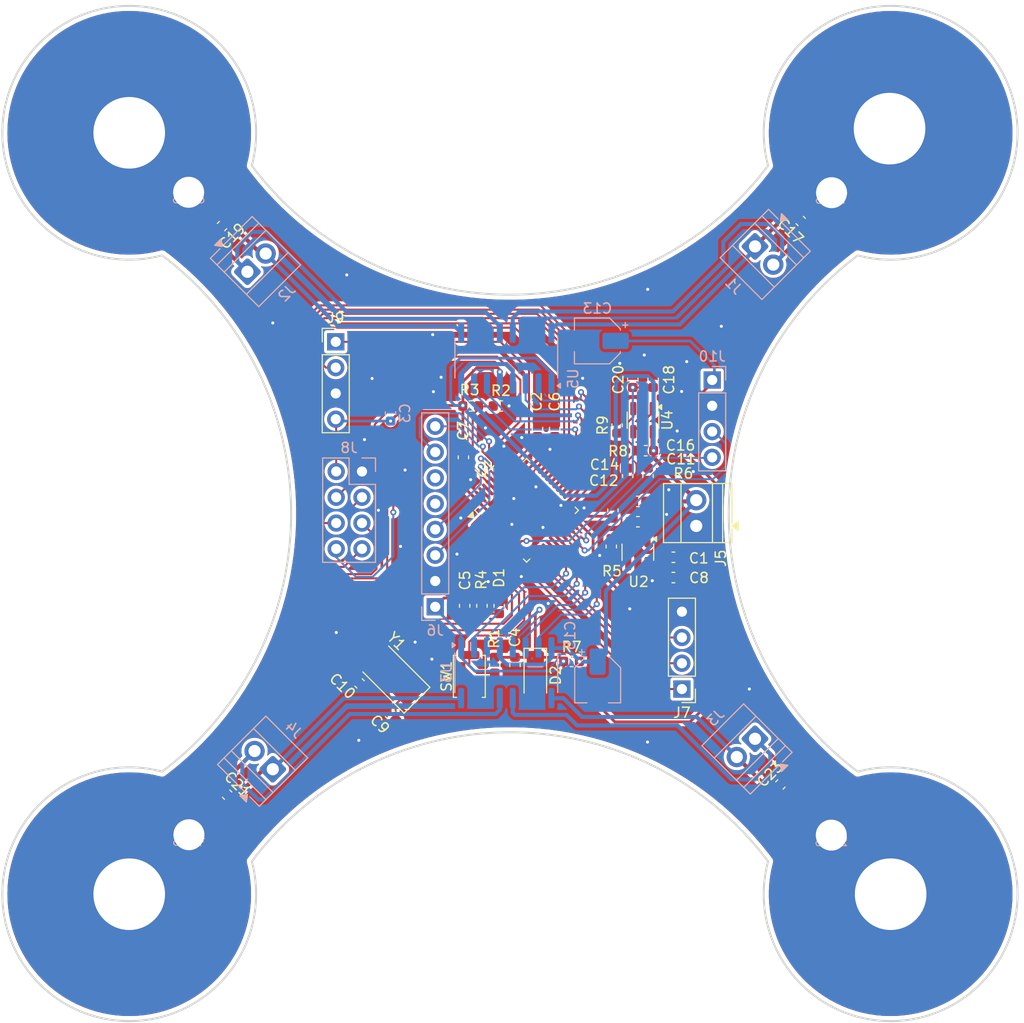
<source format=kicad_pcb>
(kicad_pcb (version 20241229) (generator "pcbnew") (generator_version "9.0")
  (layers (0 "F.Cu" signal) (2 "B.Cu" signal) (13 "F.Paste" user) (15 "B.Paste" user) (5 "F.SilkS" user "F.Silkscreen") (7 "B.SilkS" user "B.Silkscreen") (1 "F.Mask" user) (3 "B.Mask" user) (25 "Edge.Cuts" user))
  (property "SHEETTOTAL" "2")
  (net 0 "")
  (net 1 "+3V3")
  (net 2 "GND")
  (net 3 "Net-(U1-PD1)")
  (net 4 "Net-(U1-PD0)")
  (net 5 "Vin")
  (net 6 "Net-(U4-+)")
  (net 7 "/TopLevelDesign/HBridge/H1_OUTB1")
  (net 8 "/TopLevelDesign/HBridge/H1_OUTA1")
  (net 9 "/TopLevelDesign/MCU/PA0")
  (net 10 "/TopLevelDesign/HBridge/H1_OUTB2")
  (net 11 "/TopLevelDesign/HBridge/H1_OUTA2")
  (net 12 "/TopLevelDesign/HBridge/H2_OUTB1")
  (net 13 "/TopLevelDesign/HBridge/H2_OUTA1")
  (net 14 "/TopLevelDesign/HBridge/H2_OUTA2")
  (net 15 "/TopLevelDesign/HBridge/H2_OUTB2")
  (net 16 "Net-(D1-A)")
  (net 17 "/TopLevelDesign/PB7")
  (net 18 "/TopLevelDesign/PB5")
  (net 21 "/TopLevelDesign/PB6")
  (net 22 "/TopLevelDesign/PB4")
  (net 23 "/TopLevelDesign/PA4")
  (net 24 "/TopLevelDesign/PA3")
  (net 25 "/TopLevelDesign/PA2")
  (net 26 "/TopLevelDesign/PB15")
  (net 27 "/TopLevelDesign/PB13")
  (net 28 "/TopLevelDesign/PA12")
  (net 29 "/TopLevelDesign/PA15")
  (net 30 "/TopLevelDesign/PB14")
  (net 31 "/TopLevelDesign/PB12")
  (net 32 "/TopLevelDesign/SWDIO")
  (net 33 "/TopLevelDesign/SWCLK")
  (net 34 "/TopLevelDesign/PB11")
  (net 35 "/TopLevelDesign/PB10")
  (net 36 "Net-(U1-NRST)")
  (net 37 "Net-(U1-BOOT0)")
  (net 38 "Net-(U1-PC13)")
  (net 39 "Net-(U2-EN)")
  (net 40 "/TopLevelDesign/MCU/PA5")
  (net 41 "/TopLevelDesign/HBridge/H2_INB2")
  (net 42 "/TopLevelDesign/MCU/PC14")
  (net 43 "/TopLevelDesign/HBridge/H1_INB2")
  (net 44 "/TopLevelDesign/HBridge/H2_INA1")
  (net 45 "/TopLevelDesign/HBridge/H1_INA2")
  (net 46 "/TopLevelDesign/MCU/PC15")
  (net 47 "/TopLevelDesign/MCU/PB2")
  (net 48 "/TopLevelDesign/MCU/PA1")
  (net 49 "/TopLevelDesign/MCU/PB3")
  (net 50 "/TopLevelDesign/HBridge/H1_INB1")
  (net 51 "/TopLevelDesign/HBridge/H2_INB1")
  (net 52 "/TopLevelDesign/HBridge/H1_INA1")
  (net 53 "/TopLevelDesign/MCU/PB8")
  (net 54 "/TopLevelDesign/HBridge/H2_INA2")
  (net 56 "/TopLevelDesign/MCU/PB9")
  (footprint "Capacitor_SMD:C_0603_1608Metric" (layer "F.Cu") (at 113.96 96.62 -90)
    (property "Reference" "C16")
    (property "Value" "1uF")
  )
  (footprint "Capacitor_SMD:C_0603_1608Metric" (layer "F.Cu") (at 113.735 94.12)
    (property "Reference" "R8")
    (property "Value" "5.6KOhm")
  )
  (footprint "Capacitor_SMD:C_0603_1608Metric" (layer "F.Cu") (at 110.34 103.56 -90)
    (property "Reference" "R5")
    (property "Value" "10kOhm")
  )
  (footprint "Capacitor_SMD:C_0603_1608Metric" (layer "F.Cu") (at 95.9 109.4 -90)
    (property "Reference" "C5")
    (property "Value" "100nF")
  )
  (footprint "Motor_Screws:720DCMotor" (layer "F.Cu") (at 137.858842 137.808825)
    (property "Reference" "Mt4")
    (property "Value" "~")
  )
  (footprint "Motor_Screws:720DCMotor" (layer "F.Cu") (at 62.858842 137.808824)
    (property "Reference" "Mt3")
    (property "Value" "~")
  )
  (footprint "Diode_SMD:D_MiniMELF" (layer "F.Cu") (at 102.86 116.25 -90)
    (property "Reference" "D2")
    (property "Value" "ZMMxx")
  )
  (footprint "Capacitor_SMD:C_0603_1608Metric" (layer "F.Cu") (at 100.86 115.25 -90)
    (property "Reference" "C4")
    (property "Value" "100nF")
  )
  (footprint "Connector_PinHeader_2.54mm:PinHeader_1x04_P2.54mm_Vertical" (layer "F.Cu") (at 83.2 83.4)
    (property "Reference" "J9")
    (property "Value" "Conn_01x04")
  )
  (footprint "Capacitor_SMD:C_0603_1608Metric" (layer "F.Cu") (at 106.43 114.88)
    (property "Reference" "R7")
    (property "Value" "220Ohm")
  )
  (footprint "Capacitor_SMD:C_0603_1608Metric" (layer "F.Cu") (at 103.07 91.95 90)
    (property "Reference" "C2")
    (property "Value" "100nF")
  )
  (footprint "Button_Switch_SMD:SW_Push_SPST_NO_Alps_SKRK" (layer "F.Cu") (at 96.36 116.35 90)
    (property "Reference" "SW1")
    (property "Value" "SW_Push")
  )
  (footprint "Capacitor_SMD:C_0603_1608Metric" (layer "F.Cu") (at 111.96 96.62 -90)
    (property "Reference" "C14")
    (property "Value" "100nF")
  )
  (footprint "Capacitor_SMD:C_0603_1608Metric" (layer "F.Cu") (at 127 127 45)
    (property "Reference" "C23")
    (property "Value" "100nF")
  )
  (footprint "Capacitor_SMD:C_0603_1608Metric" (layer "F.Cu") (at 112.96 101.12)
    (property "Reference" "R6")
    (property "Value" "0Ohm")
  )
  (footprint "Capacitor_SMD:C_0603_1608Metric" (layer "F.Cu") (at 116.46 104.62)
    (property "Reference" "C1")
    (property "Value" "10uF")
  )
  (footprint "Capacitor_SMD:C_0603_1608Metric" (layer "F.Cu") (at 72 72 -135)
    (property "Reference" "C19")
    (property "Value" "100nF")
  )
  (footprint "Capacitor_SMD:C_0603_1608Metric" (layer "F.Cu") (at 98.86 115.25 -90)
    (property "Reference" "R1")
    (property "Value" "10kOhm")
  )
  (footprint "Capacitor_SMD:C_0603_1608Metric" (layer "F.Cu") (at 110.91 91.62 90)
    (property "Reference" "R9")
    (property "Value" "20kOhm")
  )
  (footprint "Crystal:Crystal_SMD_5032-2Pin_5.0x3.2mm" (layer "F.Cu") (at 89.048008 116.548008 135)
    (property "Reference" "Y1")
    (property "Value" "5032 2P")
  )
  (footprint "Capacitor_SMD:C_0603_1608Metric" (layer "F.Cu") (at 112.96 99.12 180)
    (property "Reference" "C11")
    (property "Value" "1uF")
  )
  (footprint "Motor_Screws:720DCMotor" (layer "F.Cu") (at 62.858842 62.808826)
    (property "Reference" "Mt2")
    (property "Value" "~")
  )
  (footprint "Capacitor_SMD:C_0603_1608Metric" (layer "F.Cu") (at 99.49 89.72 180)
    (property "Reference" "R2")
    (property "Value" "0Ohm")
  )
  (footprint "Capacitor_SMD:C_0603_1608Metric" (layer "F.Cu") (at 116.46 106.62)
    (property "Reference" "C8")
    (property "Value" "1uF")
  )
  (footprint "Package_QFP:LQFP-48_7x7mm_P0.5mm" (layer "F.Cu") (at 102 100 45)
    (property "Reference" "U1")
    (property "Value" "STM32F103C8Tx")
  )
  (footprint "Package_TO_SOT_SMD:SOT-23-5" (layer "F.Cu") (at 113.46 91.12 -90)
    (property "Reference" "U4")
    (property "Value" "MCP601-xOT")
  )
  (footprint "Connector_PinHeader_2.54mm:PinHeader_1x04_P2.54mm_Vertical" (layer "F.Cu") (at 117.3 117.6 180)
    (property "Reference" "J7")
    (property "Value" "Conn_01x04")
  )
  (footprint "Capacitor_SMD:C_0603_1608Metric" (layer "F.Cu") (at 96.49 89.72 180)
    (property "Reference" "R3")
    (property "Value" "10kOhm")
  )
  (footprint "Capacitor_SMD:C_0603_1608Metric" (layer "F.Cu") (at 112.46 87.12 90)
    (property "Reference" "C20")
    (property "Value" "1uF")
  )
  (footprint "Capacitor_SMD:C_0603_1608Metric" (layer "F.Cu") (at 99.3 109.4 -90)
    (property "Reference" "D1")
    (property "Value" "LED" (hide yes))
  )
  (footprint "Capacitor_SMD:C_0603_1608Metric" (layer "F.Cu") (at 95.775 94.775 -90)
    (property "Reference" "C7")
    (property "Value" "10nF")
  )
  (footprint "Capacitor_SMD:C_0603_1608Metric" (layer "F.Cu") (at 114.46 87.12 90)
    (property "Reference" "C18")
    (property "Value" "100nF")
  )
  (footprint "Capacitor_SMD:C_0603_1608Metric" (layer "F.Cu") (at 129 71.5 135)
    (property "Reference" "C17")
    (property "Value" "100nF")
  )
  (footprint "Capacitor_SMD:C_0603_1608Metric" (layer "F.Cu") (at 104.77 91.95 90)
    (property "Reference" "C6")
    (property "Value" "100nF")
  )
  (footprint "Capacitor_SMD:C_0603_1608Metric" (layer "F.Cu") (at 97.6 109.4 -90)
    (property "Reference" "R4")
    (property "Value" "1kOhm" (hide yes))
  )
  (footprint "Motor_Screws:720DCMotor" (layer "F.Cu") (at 137.75 62.4)
    (property "Reference" "Mt1")
    (property "Value" "~")
  )
  (footprint "Capacitor_SMD:C_0603_1608Metric" (layer "F.Cu") (at 110.5 100 90)
    (property "Reference" "C12")
    (property "Value" "1uF")
  )
  (footprint "Capacitor_SMD:C_0603_1608Metric" (layer "F.Cu") (at 72.5 128 -45)
    (property "Reference" "C21")
    (property "Value" "100nF")
  )
  (footprint "Capacitor_SMD:C_0603_1608Metric" (layer "F.Cu") (at 85.548008 117.048008 -45)
    (property "Reference" "C10")
    (property "Value" "15pF")
  )
  (footprint "TerminalBlock:TerminalBlock_Xinya_XY308-2.54-2P_1x02_P2.54mm_Horizontal" (layer "F.Cu") (at 118.7075 101.535 90)
    (property "Reference" "J5")
    (property "Value" "Screw_Terminal_01x02")
  )
  (footprint "Capacitor_SMD:C_0603_1608Metric" (layer "F.Cu") (at 88.548008 120.048008 135)
    (property "Reference" "C9")
    (property "Value" "15pF")
  )
  (footprint "Package_TO_SOT_SMD:TSOT-23-5" (layer "F.Cu") (at 112.96 104.12 -90)
    (property "Reference" "U2")
    (property "Value" "ADP7142AUJZ-3.3")
  )
  (footprint "TerminalBlock:TerminalBlock_Xinya_XY308-2.54-2P_1x02_P2.54mm_Horizontal" (layer "B.Cu") (at 124.5 122.5 -135)
    (property "Reference" "J3")
    (property "Value" "Screw_Terminal_01x02")
  )
  (footprint "Capacitor_SMD:C_0603_1608Metric" (layer "B.Cu") (at 88.6 90.43 90)
    (property "Reference" "C3")
    (property "Value" "100nF")
  )
  (footprint "TerminalBlock:TerminalBlock_Xinya_XY308-2.54-2P_1x02_P2.54mm_Horizontal" (layer "B.Cu") (at 77 125.5 135)
    (property "Reference" "J4")
    (property "Value" "Screw_Terminal_01x02")
  )
  (footprint "Motor_Screws:PillarScrew5mmM3" (layer "B.Cu") (at 68.71 68.67)
    (property "Reference" "Scr2")
    (property "Value" "~")
  )
  (footprint "Package_SO:SOP-16_3.9x9.9mm_P1.27mm" (layer "B.Cu") (at 100 116 -90)
    (property "Reference" "U3")
    (property "Value" "MX1508")
  )
  (footprint "Connector_PinHeader_2.54mm:PinHeader_1x04_P2.54mm_Vertical" (layer "B.Cu") (at 120.28 87.16 180)
    (property "Reference" "J10")
    (property "Value" "Conn_01x04")
  )
  (footprint "Connector_PinHeader_2.54mm:PinHeader_2x04_P2.54mm_Vertical" (layer "B.Cu") (at 85.785 96.17 180)
    (property "Reference" "J8")
    (property "Value" "Conn_02x04_Counter_Clockwise")
  )
  (footprint "Capacitor_SMD:CP_Elec_4x5.4" (layer "B.Cu") (at 109 116.7 -90)
    (property "Reference" "C15")
    (property "Value" "4.7uF")
  )
  (footprint "Motor_Screws:PillarScrew5mmM3" (layer "B.Cu") (at 132.04 68.71)
    (property "Reference" "Scr1")
    (property "Value" "~")
  )
  (footprint "TerminalBlock:TerminalBlock_Xinya_XY308-2.54-2P_1x02_P2.54mm_Horizontal" (layer "B.Cu") (at 74.5 76.5 45)
    (property "Reference" "J2")
    (property "Value" "Screw_Terminal_01x02")
  )
  (footprint "TerminalBlock:TerminalBlock_Xinya_XY308-2.54-2P_1x02_P2.54mm_Horizontal" (layer "B.Cu") (at 124.5 74 -45)
    (property "Reference" "J1")
    (property "Value" "Screw_Terminal_01x02")
  )
  (footprint "Motor_Screws:PillarScrew5mmM3" (layer "B.Cu") (at 132.01 131.99)
    (property "Reference" "Scr3")
    (property "Value" "~")
  )
  (footprint "Motor_Screws:PillarScrew5mmM3" (layer "B.Cu") (at 68.74 131.95)
    (property "Reference" "Scr4")
    (property "Value" "~")
  )
  (footprint "Connector_PinHeader_2.54mm:PinHeader_1x08_P2.54mm_Vertical" (layer "B.Cu") (at 93 109.5)
    (property "Reference" "J6")
    (property "Value" "Conn_01x08")
  )
  (footprint "Package_SO:SOP-16_3.9x9.9mm_P1.27mm" (layer "B.Cu") (at 100 85 90)
    (property "Reference" "U5")
    (property "Value" "MX1508")
  )
  (footprint "Capacitor_SMD:CP_Elec_4x5.4" (layer "B.Cu") (at 108.97 83.31 180)
    (property "Reference" "C13")
    (property "Value" "4.7uF")
  )
  (gr_arc (start 66.094092 74.882895) (mid 54.02 53.97) (end 74.932917 66.044054) (stroke (width 0.2)) (layer "Edge.Cuts"))
  (gr_arc (start 108.501577 57.001513) (mid 108.501577 57.000598) (end 108.501577 56.999682) (stroke (width 0.2)) (layer "Edge.Cuts"))
  (gr_arc (start 108.501577 57.001513) (mid 108.501577 57.000598) (end 108.501577 56.999682) (stroke (width 0.2)) (layer "Edge.Cuts"))
  (gr_arc (start 74.932917 134.573596) (mid 100.358842 121.86063) (end 125.784767 134.573596) (stroke (width 0.2)) (layer "Edge.Cuts"))
  (gr_arc (start 125.784767 66.044054) (mid 146.697684 53.969998) (end 134.623592 74.882895) (stroke (width 0.2)) (layer "Edge.Cuts"))
  (gr_arc (start 134.623592 125.734755) (mid 146.697685 146.647652) (end 125.784767 134.573596) (stroke (width 0.2)) (layer "Edge.Cuts"))
  (gr_arc (start 125.784767 66.044054) (mid 100.358842 78.75702) (end 74.932917 66.044054) (stroke (width 0.2)) (layer "Edge.Cuts"))
  (gr_arc (start 74.932917 134.573596) (mid 54.02 146.64765) (end 66.094092 125.734755) (stroke (width 0.2)) (layer "Edge.Cuts"))
  (gr_arc (start 108.501577 57.001513) (mid 108.501577 57.000598) (end 108.501577 56.999682) (stroke (width 0.2)) (layer "Edge.Cuts"))
  (gr_arc (start 134.623592 125.734755) (mid 121.910568 100.308825) (end 134.623592 74.882895) (stroke (width 0.2)) (layer "Edge.Cuts"))
  (gr_arc (start 66.094092 74.882895) (mid 78.807054 100.308825) (end 66.094092 125.734755) (stroke (width 0.2)) (layer "Edge.Cuts"))
  (gr_arc (start 108.501577 57.001513) (mid 108.501577 57.000598) (end 108.501577 56.999682) (stroke (width 0.2)) (layer "Edge.Cuts"))
  (segment (start 116.975 103.33) (end 115.685 104.62) (width 0.27) (layer "F.Cu") (net 1))
  (segment (start 83.245 91.065) (end 83.2 91.02) (width 0.2) (layer "F.Cu") (net 1))
  (segment (start 105.655 115.795) (end 105.655 114.88) (width 0.27) (layer "F.Cu") (net 1))
  (segment (start 105.07 92.725) (end 103.07 92.725) (width 0.27) (layer "F.Cu") (net 1))
  (segment (start 101.018943 102.761057) (end 101.018943 102.751057) (width 0.27) (layer "F.Cu") (net 1))
  (segment (start 88.6 91.205) (end 90.135 89.67) (width 0.27) (layer "F.Cu") (net 1))
  (segment (start 97.112124 99.001212) (end 94.5 96.389088) (width 0.27) (layer "F.Cu") (net 1))
  (segment (start 108.55 102.64) (end 108.55 105.36) (width 0.27) (layer "F.Cu") (net 1))
  (segment (start 98.31 100.2) (end 103.490057 100.2) (width 0.27) (layer "F.Cu") (net 1))
  (segment (start 95.725 89.67) (end 95.725 93.95) (width 0.27) (layer "F.Cu") (net 1))
  (segment (start 107.306664 100.58) (end 110.1 100.58) (width 0.27) (layer "F.Cu") (net 1))
  (segment (start 101.008943 102.751057) (end 101.018943 102.751057) (width 0.27) (layer "F.Cu") (net 1))
  (segment (start 94.5 94.71) (end 95.21 94) (width 0.27) (layer "F.Cu") (net 1))
  (segment (start 97.112124 99.001212) (end 97.112124 99.002124) (width 0.27) (layer "F.Cu") (net 1))
  (segment (start 97.095 85.945) (end 95.725 87.315) (width 0.27) (layer "F.Cu") (net 1))
  (segment (start 95.21 94) (end 95.775 94) (width 0.27) (layer "F.Cu") (net 1))
  (segment (start 101.71 98.419943) (end 101.71 96.400912) (width 0.27) (layer "F.Cu") (net 1))
  (segment (start 119.75 119.19) (end 118.11 120.83) (width 0.27) (layer "F.Cu") (net 1))
  (segment (start 103.490057 100.279943) (end 103.490057 100.2) (width 0.27) (layer "F.Cu") (net 1))
  (segment (start 118.11 120.83) (end 110.69 120.83) (width 0.27) (layer "F.Cu") (net 1))
  (segment (start 103.27 109.79) (end 102.86 110.2) (width 0.27) (layer "F.Cu") (net 1))
  (segment (start 120.5 87.21) (end 117.87 89.84) (width 0.27) (layer "F.Cu") (net 1))
  (segment (start 117.87 94.61) (end 120.63 97.37) (width 0.27) (layer "F.Cu") (net 1))
  (segment (start 120.2 102.73) (end 119.75 103.18) (width 0.27) (layer "F.Cu") (net 1))
  (segment (start 103.490057 100.2) (end 101.71 98.419943) (width 0.27) (layer "F.Cu") (net 1))
  (segment (start 99.15 85.945) (end 97.095 85.945) (width 0.27) (layer "F.Cu") (net 1))
  (segment (start 106.887876 100.998788) (end 106.908788 100.998788) (width 0.27) (layer "F.Cu") (net 1))
  (segment (start 98.86 114.475) (end 105.25 114.475) (width 0.27) (layer "F.Cu") (net 1))
  (segment (start 99.940551 103.827215) (end 99.940551 103.819449) (width 0.27) (layer "F.Cu") (net 1))
  (segment (start 99.940551 103.819449) (end 101.008943 102.751057) (width 0.27) (layer "F.Cu") (net 1))
  (segment (start 102.998788 93.076212) (end 103.3 92.775) (width 0.27) (layer "F.Cu") (net 1))
  (segment (start 114.5475 104.62) (end 115.685 104.62) (width 0.27) (layer "F.Cu") (net 1))
  (segment (start 101.018943 102.751057) (end 103.490057 100.279943) (width 0.27) (layer "F.Cu") (net 1))
  (segment (start 103.490057 100.2) (end 106.089088 100.2) (width 0.27) (layer "F.Cu") (net 1))
  (segment (start 114.35 108.31) (end 115.685 106.975) (width 0.27) (layer "F.Cu") (net 1))
  (segment (start 102.998788 95.112124) (end 102.998788 93.076212) (width 0.27) (layer "F.Cu") (net 1))
  (segment (start 94.5 96.389088) (end 94.5 94.71) (width 0.27) (layer "F.Cu") (net 1))
  (segment (start 93.87 108.63) (end 95.895 108.63) (width 0.27) (layer "F.Cu") (net 1))
  (segment (start 120.63 97.37) (end 120.63 102.57) (width 0.27) (layer "F.Cu") (net 1))
  (segment (start 95.725 87.315) (end 95.725 89.67) (width 0.27) (layer "F.Cu") (net 1))
  (segment (start 101.127766 102.64) (end 101.14 102.64) (width 0.27) (layer "F.Cu") (net 1))
  (segment (start 120.36 102.57) (end 120.2 102.73) (width 0.27) (layer "F.Cu") (net 1))
  (segment (start 106.887876 100.998788) (end 107.306664 100.58) (width 0.27) (layer "F.Cu") (net 1))
  (segment (start 120.2 102.73) (end 119.6 103.33) (width 0.27) (layer "F.Cu") (net 1))
  (segment (start 101.71 96.400912) (end 102.998788 95.112124) (width 0.27) (layer "F.Cu") (net 1))
  (segment (start 95.725 93.95) (end 95.775 94) (width 0.27) (layer "F.Cu") (net 1))
  (segment (start 106.089088 100.2) (end 106.887876 100.998788) (width 0.27) (layer "F.Cu") (net 1))
  (segment (start 110.325 100.6) (end 110.5 100.775) (width 0.27) (layer "F.Cu") (net 1))
  (segment (start 120.63 102.57) (end 120.36 102.57) (width 0.27) (layer "F.Cu") (net 1))
  (segment (start 111.5 108.31) (end 114.35 108.31) (width 0.27) (layer "F.Cu") (net 1))
  (segment (start 105.25 114.475) (end 105.6325 114.8575) (width 0.27) (layer "F.Cu") (net 1))
  (segment (start 119.75 103.18) (end 119.75 119.19) (width 0.27) (layer "F.Cu") (net 1))
  (segment (start 110.1 100.58) (end 110.325 100.805) (width 0.27) (layer "F.Cu") (net 1))
  (segment (start 99.365 86.16) (end 99.15 85.945) (width 0.27) (layer "F.Cu") (net 1))
  (segment (start 110.325 100.805) (end 110.325 100.6) (width 0.27) (layer "F.Cu") (net 1))
  (segment (start 106.908788 100.998788) (end 108.55 102.64) (width 0.27) (layer "F.Cu") (net 1))
  (segment (start 90.135 89.67) (end 95.725 89.67) (width 0.27) (layer "F.Cu") (net 1))
  (segment (start 108.55 105.36) (end 111.5 108.31) (width 0.27) (layer "F.Cu") (net 1))
  (segment (start 95.895 108.63) (end 95.9 108.625) (width 0.27) (layer "F.Cu") (net 1))
  (segment (start 113.91 105.2575) (end 114.5475 104.62) (width 0.27) (layer "F.Cu") (net 1))
  (segment (start 115.685 106.62) (end 115.685 104.62) (width 0.27) (layer "F.Cu") (net 1))
  (segment (start 93 109.5) (end 93.87 108.63) (width 0.27) (layer "F.Cu") (net 1))
  (segment (start 97.112124 99.002124) (end 98.31 100.2) (width 0.27) (layer "F.Cu") (net 1))
  (segment (start 117.87 89.84) (end 117.87 94.61) (width 0.27) (layer "F.Cu") (net 1))
  (segment (start 99.365 86.36) (end 99.365 86.16) (width 0.27) (layer "F.Cu") (net 1))
  (segment (start 105.6325 114.8575) (end 105.655 114.88) (width 0.27) (layer "F.Cu") (net 1))
  (segment (start 83.245 96.17) (end 83.245 91.065) (width 0.2) (layer "F.Cu") (net 1))
  (segment (start 119.6 103.33) (end 116.975 103.33) (width 0.27) (layer "F.Cu") (net 1))
  (segment (start 110.69 120.83) (end 105.655 115.795) (width 0.27) (layer "F.Cu") (net 1))
  (segment (start 102.86 110.2) (end 102.86 114.5) (width 0.27) (layer "F.Cu") (net 1))
  (segment (start 115.685 106.975) (end 115.685 106.62) (width 0.27) (layer "F.Cu") (net 1))
  (via (at 95.725 89.67) (size 0.6) (drill 0.3) (layers "F.Cu" "B.Cu") (net 1))
  (via (at 99.365 86.36) (size 0.6) (drill 0.3) (layers "F.Cu" "B.Cu") (net 1))
  (via (at 88.6 91.205) (size 0.6) (drill 0.3) (layers "F.Cu" "B.Cu") (net 1))
  (via (at 103.27 109.79) (size 0.6) (drill 0.3) (layers "F.Cu" "B.Cu") (net 1))
  (via (at 105.6325 114.8575) (size 0.6) (drill 0.3) (layers "F.Cu" "B.Cu") (net 1))
  (segment (start 102.954999 85.01) (end 104.445 86.500001) (width 0.27) (layer "B.Cu") (net 1))
  (segment (start 100.635 112.335) (end 100.635 113.5) (width 0.27) (layer "B.Cu") (net 1))
  (segment (start 104.445 86.500001) (end 104.445 87.5) (width 0.27) (layer "B.Cu") (net 1))
  (segment (start 95.555 112.215) (end 95.555 113.5) (width 0.27) (layer "B.Cu") (net 1))
  (segment (start 104.66 115.83) (end 96.885001 115.83) (width 0.27) (layer "B.Cu") (net 1))
  (segment (start 110.67 82.66) (end 111.33 83.32) (width 0.27) (layer "B.Cu") (net 1))
  (segment (start 95.555 114.499999) (end 96.885001 115.83) (width 0.27) (layer "B.Cu") (net 1))
  (segment (start 88.6 91.205) (end 83.385 91.205) (width 0.27) (layer "B.Cu") (net 1))
  (segment (start 94.94 89.67) (end 94.53 89.26) (width 0.27) (layer "B.Cu") (net 1))
  (segment (start 94.53 89.26) (end 94.53 85.93) (width 0.27) (layer "B.Cu") (net 1))
  (segment (start 94.53 85.93) (end 95.45 85.01) (width 0.27) (layer "B.Cu") (net 1))
  (segment (start 118.11 83.32) (end 120.5 85.71) (width 0.27) (layer "B.Cu") (net 1))
  (segment (start 105.6325 114.8575) (end 104.66 115.83) (width 0.27) (layer "B.Cu") (net 1))
  (segment (start 95.45 85.01) (end 102.954999 85.01) (width 0.27) (layer "B.Cu") (net 1))
  (segment (start 93 109.5) (end 93 109.66) (width 0.27) (layer "B.Cu") (net 1))
  (segment (start 120.5 85.71) (end 120.5 87.21) (width 0.27) (layer "B.Cu") (net 1))
  (segment (start 111.33 83.32) (end 118.11 83.32) (width 0.27) (layer "B.Cu") (net 1))
  (segment (start 95.555 113.5) (end 95.555 114.499999) (width 0.27) (layer "B.Cu") (net 1))
  (segment (start 102.68 110.38) (end 102.59 110.38) (width 0.27) (layer "B.Cu") (net 1))
  (segment (start 95.725 89.67) (end 94.94 89.67) (width 0.27) (layer "B.Cu") (net 1))
  (segment (start 93 109.66) (end 95.555 112.215) (width 0.27) (layer "B.Cu") (net 1))
  (segment (start 102.59 110.38) (end 100.635 112.335) (width 0.27) (layer "B.Cu") (net 1))
  (segment (start 83.385 91.205) (end 83.2 91.02) (width 0.27) (layer "B.Cu") (net 1))
  (segment (start 99.365 87.5) (end 99.365 86.36) (width 0.27) (layer "B.Cu") (net 1))
  (segment (start 103.27 109.79) (end 102.68 110.38) (width 0.27) (layer "B.Cu") (net 1))
  (via (at 107.66 99.76) (size 0.6) (drill 0.3) (layers "F.Cu" "B.Cu") (net 2))
  (via (at 92.75 82.69) (size 0.6) (drill 0.3) (layers "F.Cu" "B.Cu") (net 2))
  (via (at 86.78 87.01) (size 0.6) (drill 0.3) (layers "F.Cu" "B.Cu") (net 2))
  (via (at 92.82 88.31) (size 0.6) (drill 0.3) (layers "F.Cu" "B.Cu") (net 2))
  (via (at 100.55 101.38) (size 0.6) (drill 0.3) (layers "F.Cu" "B.Cu") (net 2))
  (via (at 105.38 99.51) (size 0.6) (drill 0.3) (layers "F.Cu" "B.Cu") (net 2))
  (via (at 104.13 109.17) (size 0.6) (drill 0.3) (layers "F.Cu" "B.Cu") (net 2))
  (via (at 115.79 100.4) (size 0.6) (drill 0.3) (layers "F.Cu" "B.Cu") (net 2))
  (via (at 102.92 97.68) (size 0.6) (drill 0.3) (layers "F.Cu" "B.Cu") (net 2))
  (via (at 109.2 104.44) (size 0.6) (drill 0.3) (layers "F.Cu" "B.Cu") (net 2))
  (via (at 117.27 88.29) (size 0.6) (drill 0.3) (layers "F.Cu" "B.Cu") (net 2))
  (via (at 86.03 93.03) (size 0.6) (drill 0.3) (layers "F.Cu" "B.Cu") (net 2))
  (via (at 116.01 97.97) (size 0.6) (drill 0.3) (layers "F.Cu" "B.Cu") (net 2))
  (via (at 83.25 112.03) (size 0.6) (drill 0.3) (layers "F.Cu" "B.Cu") (net 2))
  (via (at 111.18 85.52) (size 0.6) (drill 0.3) (layers "F.Cu" "B.Cu") (net 2))
  (via (at 97.95 91.88) (size 0.6) (drill 0.3) (layers "F.Cu" "B.Cu") (net 2))
  (via (at 117.77 85.35) (size 0.6) (drill 0.3) (layers "F.Cu" "B.Cu") (net 2))
  (via (at 99.76 93.68) (size 0.6) (drill 0.3) (layers "F.Cu" "B.Cu") (net 2))
  (via (at 100.27 89.71) (size 0.6) (drill 0.3) (layers "F.Cu" "B.Cu") (net 2))
  (via (at 91.02 112.98) (size 0.6) (drill 0.3) (layers "F.Cu" "B.Cu") (net 2))
  (via (at 95.14 104.31) (size 0.6) (drill 0.3) (layers "F.Cu" "B.Cu") (net 2))
  (via (at 92.67 114.66) (size 0.6) (drill 0.3) (layers "F.Cu" "B.Cu") (net 2))
  (via (at 101.52 92.83) (size 0.6) (drill 0.3) (layers "F.Cu" "B.Cu") (net 2))
  (via (at 107.52 86.99) (size 0.6) (drill 0.3) (layers "F.Cu" "B.Cu") (net 2))
  (via (at 84.29 76.81) (size 0.6) (drill 0.3) (layers "F.Cu" "B.Cu") (net 2))
  (via (at 98.22 107.02) (size 0.6) (drill 0.3) (layers "F.Cu" "B.Cu") (net 2))
  (via (at 77 81.54) (size 0.6) (drill 0.3) (layers "F.Cu" "B.Cu") (net 2))
  (via (at 103.61 101.68) (size 0.6) (drill 0.3) (layers "F.Cu" "B.Cu") (net 2))
  (via (at 101.48 106.52) (size 0.6) (drill 0.3) (layers "F.Cu" "B.Cu") (net 2))
  (via (at 123.94 117.6) (size 0.6) (drill 0.3) (layers "F.Cu" "B.Cu") (net 2))
  (via (at 113.59 84.7) (size 0.6) (drill 0.3) (layers "F.Cu" "B.Cu") (net 2))
  (via (at 112.16 109.7) (size 0.6) (drill 0.3) (layers "F.Cu" "B.Cu") (net 2))
  (via (at 89.58 103.55) (size 0.6) (drill 0.3) (layers "F.Cu" "B.Cu") (net 2))
  (via (at 93.58 86.89) (size 0.6) (drill 0.3) (layers "F.Cu" "B.Cu") (net 2))
  (via (at 121.18 81.87) (size 0.6) (drill 0.3) (layers "F.Cu" "B.Cu") (net 2))
  (via (at 95.52 100.75) (size 0.6) (drill 0.3) (layers "F.Cu" "B.Cu") (net 2))
  (via (at 100.74 98.84) (size 0.6) (drill 0.3) (layers "F.Cu" "B.Cu") (net 2))
  (via (at 116.83 92.18) (size 0.6) (drill 0.3) (layers "F.Cu" "B.Cu") (net 2))
  (via (at 118.42 96.18) (size 0.6) (drill 0.3) (layers "F.Cu" "B.Cu") (net 2))
  (via (at 90.03 96.03) (size 0.6) (drill 0.3) (layers "F.Cu" "B.Cu") (net 2))
  (via (at 96.49 96.98) (size 0.6) (drill 0.3) (layers "F.Cu" "B.Cu") (net 2))
  (via (at 114.38 106.93) (size 0.6) (drill 0.3) (layers "F.Cu" "B.Cu") (net 2))
  (via (at 113.93 78.23) (size 0.6) (drill 0.3) (layers "F.Cu" "B.Cu") (net 2))
  (via (at 85.47 122.65) (size 0.6) (drill 0.3) (layers "F.Cu" "B.Cu") (net 2))
  (via (at 113.91 122.82) (size 0.6) (drill 0.3) (layers "F.Cu" "B.Cu") (net 2))
  (via (at 104.3 93.99) (size 0.6) (drill 0.3) (layers "F.Cu" "B.Cu") (net 2))
  (via (at 87.4 99.99) (size 0.6) (drill 0.3) (layers "F.Cu" "B.Cu") (net 2))
  (segment (start 83.2 88.48) (end 84.375 89.655) (width 0.2) (layer "B.Cu") (net 2))
  (segment (start 84.375 89.655) (end 88.6 89.655) (width 0.2) (layer "B.Cu") (net 2))
  (segment (start 97.741 103.905446) (end 98.879891 102.766555) (width 0.2) (layer "F.Cu") (net 3))
  (segment (start 90.356156 114.713844) (end 93.26 111.81) (width 0.2) (layer "F.Cu") (net 3))
  (segment (start 101.25 108.24) (end 97.741 104.731) (width 0.2) (layer "F.Cu") (net 3))
  (segment (start 99.96 111.81) (end 101.25 110.52) (width 0.2) (layer "F.Cu") (net 3))
  (segment (start 89.096016 120.596016) (end 89.096016 119.116296) (width 0.2) (layer "F.Cu") (net 3))
  (segment (start 97.741 104.731) (end 97.741 103.905446) (width 0.2) (layer "F.Cu") (net 3))
  (segment (start 101.25 110.52) (end 101.25 108.24) (width 0.2) (layer "F.Cu") (net 3))
  (segment (start 89.096016 119.116296) (end 90.356156 117.856156) (width 0.2) (layer "F.Cu") (net 3))
  (segment (start 90.356156 117.856156) (end 90.356156 114.713844) (width 0.2) (layer "F.Cu") (net 3))
  (segment (start 93.26 111.81) (end 99.96 111.81) (width 0.2) (layer "F.Cu") (net 3))
  (segment (start 86.47972 116.5) (end 87.73986 115.23986) (width 0.2) (layer "F.Cu") (net 4))
  (segment (start 91.80972 111.17) (end 87.73986 115.23986) (width 0.2) (layer "F.Cu") (net 4))
  (segment (start 97.13 104.9) (end 100.55 108.32) (width 0.2) (layer "F.Cu") (net 4))
  (segment (start 100.55 108.32) (end 100.55 110.36) (width 0.2) (layer "F.Cu") (net 4))
  (segment (start 98.526338 102.413002) (end 97.13 103.80934) (width 0.2) (layer "F.Cu") (net 4))
  (segment (start 99.74 111.17) (end 91.80972 111.17) (width 0.2) (layer "F.Cu") (net 4))
  (segment (start 100.55 110.36) (end 99.74 111.17) (width 0.2) (layer "F.Cu") (net 4))
  (segment (start 85 116.5) (end 86.47972 116.5) (width 0.2) (layer "F.Cu") (net 4))
  (segment (start 97.13 103.80934) (end 97.13 104.9) (width 0.2) (layer "F.Cu") (net 4))
  (segment (start 118.7175 98.355) (end 117.9525 99.12) (width 0.4) (layer "F.Cu") (net 5))
  (segment (start 113.91 99.295) (end 113.735 99.12) (width 0.4) (layer "F.Cu") (net 5))
  (segment (start 113.91 102.9825) (end 113.91 99.295) (width 0.4) (layer "F.Cu") (net 5))
  (segment (start 117.9525 99.12) (end 113.735 99.12) (width 0.4) (layer "F.Cu") (net 5))
  (segment (start 114.41 94.02) (end 114.51 94.12) (width 0.4) (layer "F.Cu") (net 5))
  (segment (start 114.51 94.7975) (end 118.7075 98.995) (width 0.4) (layer "F.Cu") (net 5))
  (segment (start 114.41 92.2575) (end 114.41 94.02) (width 0.4) (layer "F.Cu") (net 5))
  (segment (start 114.51 94.12) (end 114.51 94.7975) (width 0.4) (layer "F.Cu") (net 5))
  (via (at 107.205 114.88) (size 0.6) (drill 0.3) (layers "F.Cu" "B.Cu") (net 5))
  (via (at 114.51 94.12) (size 0.6) (drill 0.3) (layers "F.Cu" "B.Cu") (net 5))
  (segment (start 108.88 98.55) (end 110.78 96.65) (width 0.4) (layer "B.Cu") (net 5))
  (segment (start 114.51 87.37) (end 114.51 94.12) (width 0.4) (layer "B.Cu") (net 5))
  (segment (start 100.635 86.195) (end 100.03 85.59) (width 0.4) (layer "B.Cu") (net 5))
  (segment (start 99.365 114.499999) (end 99.365 113.5) (width 0.4) (layer "B.Cu") (net 5))
  (segment (start 100.03 85.59) (end 96.42 85.59) (width 0.4) (layer "B.Cu") (net 5))
  (segment (start 104.525 113.58) (end 104.445 113.5) (width 0.4) (layer "B.Cu") (net 5))
  (segment (start 110.78 96.65) (end 110.78 87.44) (width 0.4) (layer "B.Cu") (net 5))
  (segment (start 109.81 114.09) (end 109.81 107.94) (width 0.4) (layer "B.Cu") (net 5))
  (segment (start 95.555 86.455) (end 95.555 87.5) (width 0.4) (layer "B.Cu") (net 5))
  (segment (start 96.42 85.59) (end 95.555 86.455) (width 0.4) (layer "B.Cu") (net 5))
  (segment (start 110.78 87.44) (end 111.43 86.79) (width 0.4) (layer "B.Cu") (net 5))
  (segment (start 109.81 107.94) (end 118.7075 99.0425) (width 0.4) (layer "B.Cu") (net 5))
  (segment (start 100.635 87.5) (end 100.635 86.195) (width 0.4) (layer "B.Cu") (net 5))
  (segment (start 118.7075 99.0425) (end 118.7075 98.995) (width 0.4) (layer "B.Cu") (net 5))
  (segment (start 107.285 114.9) (end 106.635 114.25) (width 0.4) (layer "B.Cu") (net 5))
  (segment (start 104.445 114.499999) (end 103.754999 115.19) (width 0.4) (layer "B.Cu") (net 5))
  (segment (start 111.43 86.79) (end 113.93 86.79) (width 0.4) (layer "B.Cu") (net 5))
  (segment (start 109 114.9) (end 109.81 114.09) (width 0.4) (layer "B.Cu") (net 5))
  (segment (start 100.055001 115.19) (end 99.365 114.499999) (width 0.4) (layer "B.Cu") (net 5))
  (segment (start 103.754999 115.19) (end 100.055001 115.19) (width 0.4) (layer "B.Cu") (net 5))
  (segment (start 106.635 114.25) (end 105.965 113.58) (width 0.4) (layer "B.Cu") (net 5))
  (segment (start 95.555 88.335) (end 105.77 98.55) (width 0.4) (layer "B.Cu") (net 5))
  (segment (start 95.555 87.5) (end 95.555 88.335) (width 0.4) (layer "B.Cu") (net 5))
  (segment (start 113.93 86.79) (end 114.51 87.37) (width 0.4) (layer "B.Cu") (net 5))
  (segment (start 105.965 113.58) (end 104.525 113.58) (width 0.4) (layer "B.Cu") (net 5))
  (segment (start 104.445 113.5) (end 104.445 114.499999) (width 0.4) (layer "B.Cu") (net 5))
  (segment (start 105.77 98.55) (end 108.88 98.55) (width 0.4) (layer "B.Cu") (net 5))
  (segment (start 109 114.9) (end 107.285 114.9) (width 0.4) (layer "B.Cu") (net 5))
  (segment (start 111.96 95.12) (end 112.96 94.12) (width 0.2) (layer "F.Cu") (net 6))
  (segment (start 110.91 92.395) (end 112.51 90.795) (width 0.2) (layer "F.Cu") (net 6))
  (segment (start 112.96 94.845) (end 113.96 95.845) (width 0.2) (layer "F.Cu") (net 6))
  (segment (start 112.96 94.12) (end 112.96 94.845) (width 0.2) (layer "F.Cu") (net 6))
  (segment (start 111.235 92.395) (end 112.96 94.12) (width 0.2) (layer "F.Cu") (net 6))
  (segment (start 110.91 92.395) (end 111.235 92.395) (width 0.2) (layer "F.Cu") (net 6))
  (segment (start 112.51 90.795) (end 112.51 89.9825) (width 0.2) (layer "F.Cu") (net 6))
  (segment (start 111.96 95.845) (end 111.96 95.12) (width 0.2) (layer "F.Cu") (net 6))
  (segment (start 126.296051 75.796051) (end 129.548008 72.544094) (width 0.4) (layer "F.Cu") (net 7))
  (segment (start 129.548008 72.544094) (end 129.548008 72.048008) (width 0.4) (layer "F.Cu") (net 7))
  (segment (start 121.37 75.47) (end 116.43 80.41) (width 0.4) (layer "B.Cu") (net 7))
  (segment (start 127.17 74.922102) (end 127.17 73.06) (width 0.4) (layer "B.Cu") (net 7))
  (segment (start 101.28 80.41) (end 100.635 81.055) (width 0.4) (layer "B.Cu") (net 7))
  (segment (start 127.17 73.06) (end 125.91 71.8) (width 0.4) (layer "B.Cu") (net 7))
  (segment (start 116.43 80.41) (end 101.28 80.41) (width 0.4) (layer "B.Cu") (net 7))
  (segment (start 121.37 73.54) (end 121.37 75.47) (width 0.4) (layer "B.Cu") (net 7))
  (segment (start 123.11 71.8) (end 121.37 73.54) (width 0.4) (layer "B.Cu") (net 7))
  (segment (start 125.91 71.8) (end 123.11 71.8) (width 0.4) (layer "B.Cu") (net 7))
  (segment (start 126.296051 75.796051) (end 127.17 74.922102) (width 0.4) (layer "B.Cu") (net 7))
  (segment (start 100.635 81.055) (end 100.635 82.5) (width 0.4) (layer "B.Cu") (net 7))
  (segment (start 127.548008 70.951992) (end 128.451992 70.951992) (width 0.4) (layer "F.Cu") (net 8))
  (segment (start 124.5 74) (end 127.548008 70.951992) (width 0.4) (layer "F.Cu") (net 8))
  (segment (start 117.09 81.69) (end 124.49 74.29) (width 0.4) (layer "B.Cu") (net 8))
  (segment (start 104.445 82.5) (end 104.445 82.225) (width 0.4) (layer "B.Cu") (net 8))
  (segment (start 124.49 74.01) (end 124.5 74) (width 0.4) (layer "B.Cu") (net 8))
  (segment (start 124.49 74.29) (end 124.49 74.01) (width 0.4) (layer "B.Cu") (net 8))
  (segment (start 104.445 82.225) (end 104.98 81.69) (width 0.4) (layer "B.Cu") (net 8))
  (segment (start 104.98 81.69) (end 117.09 81.69) (width 0.4) (layer "B.Cu") (net 8))
  (segment (start 114.41 90.3575) (end 114.41 89.9825) (width 0.2) (layer "F.Cu") (net 9))
  (segment (start 101.53 103.01) (end 100.359231 104.180769) (width 0.2) (layer "F.Cu") (net 9))
  (segment (start 112.51 92.2575) (end 114.41 90.3575) (width 0.2) (layer "F.Cu") (net 9))
  (segment (start 100.359231 104.180769) (end 100.294105 104.180769) (width 0.2) (layer "F.Cu") (net 9))
  (segment (start 114.46 87.895) (end 112.46 87.895) (width 0.2) (layer "F.Cu") (net 9))
  (segment (start 114.41 89.9825) (end 114.41 87.945) (width 0.2) (layer "F.Cu") (net 9))
  (segment (start 114.41 87.945) (end 114.46 87.895) (width 0.2) (layer "F.Cu") (net 9))
  (segment (start 101.99 103.01) (end 101.53 103.01) (width 0.2) (layer "F.Cu") (net 9))
  (via (at 112.46 87.895) (size 0.6) (drill 0.3) (layers "F.Cu" "B.Cu") (net 9))
  (via (at 101.99 103.01) (size 0.6) (drill 0.3) (layers "F.Cu" "B.Cu") (net 9))
  (segment (start 106.21 103.01) (end 112.46 96.76) (width 0.2) (layer "B.Cu") (net 9))
  (segment (start 112.46 96.76) (end 112.46 87.895) (width 0.2) (layer "B.Cu") (net 9))
  (segment (start 101.99 103.01) (end 106.21 103.01) (width 0.2) (layer "B.Cu") (net 9))
  (segment (start 75.799965 74.703949) (end 76.296051 74.703949) (width 0.4) (layer "F.Cu") (net 10))
  (segment (start 72.548008 71.451992) (end 75.799965 74.703949) (width 0.4) (layer "F.Cu") (net 10))
  (segment (start 94.885 81.83) (end 83.422102 81.83) (width 0.4) (layer "B.Cu") (net 10))
  (segment (start 95.555 82.5) (end 94.885 81.83) (width 0.4) (layer "B.Cu") (net 10))
  (segment (start 83.422102 81.83) (end 76.296051 74.703949) (width 0.4) (layer "B.Cu") (net 10))
  (segment (start 71.451992 72.548008) (end 71.451992 73.451992) (width 0.4) (layer "F.Cu") (net 11))
  (segment (start 71.451992 73.451992) (end 74.5 76.5) (width 0.4) (layer "F.Cu") (net 11))
  (segment (start 76.4 72.58) (end 84.25 80.43) (width 0.4) (layer "B.Cu") (net 11))
  (segment (start 74.5 76.5) (end 73.5 75.5) (width 0.4) (layer "B.Cu") (net 11))
  (segment (start 73.5 75.5) (end 73.5 74) (width 0.4) (layer "B.Cu") (net 11))
  (segment (start 99.365 81.865) (end 99.365 82.5) (width 0.4) (layer "B.Cu") (net 11))
  (segment (start 74.92 72.58) (end 76.4 72.58) (width 0.4) (layer "B.Cu") (net 11))
  (segment (start 73.5 74) (end 74.92 72.58) (width 0.4) (layer "B.Cu") (net 11))
  (segment (start 97.93 80.43) (end 99.365 81.865) (width 0.4) (layer "B.Cu") (net 11))
  (segment (start 84.25 80.43) (end 97.93 80.43) (width 0.4) (layer "B.Cu") (net 11))
  (segment (start 71.951992 126.955906) (end 71.951992 127.451992) (width 0.4) (layer "F.Cu") (net 12))
  (segment (start 75.203949 123.703949) (end 71.951992 126.955906) (width 0.4) (layer "F.Cu") (net 12))
  (segment (start 98.94 120.06) (end 99.365 119.635) (width 0.4) (layer "B.Cu") (net 12))
  (segment (start 75.59 128.49) (end 76.16 128.49) (width 0.4) (layer "B.Cu") (net 12))
  (segment (start 99.365 119.635) (end 99.365 118.5) (width 0.4) (layer "B.Cu") (net 12))
  (segment (start 84.59 120.06) (end 98.94 120.06) (width 0.4) (layer "B.Cu") (net 12))
  (segment (start 75.203949 123.703949) (end 74 124.907898) (width 0.4) (layer "B.Cu") (net 12))
  (segment (start 74 126.9) (end 75.59 128.49) (width 0.4) (layer "B.Cu") (net 12))
  (segment (start 74 124.907898) (end 74 126.9) (width 0.4) (layer "B.Cu") (net 12))
  (segment (start 76.16 128.49) (end 84.59 120.06) (width 0.4) (layer "B.Cu") (net 12))
  (segment (start 77 125.5) (end 76.096016 125.5) (width 0.4) (layer "F.Cu") (net 13))
  (segment (start 76.096016 125.5) (end 73.048008 128.548008) (width 0.4) (layer "F.Cu") (net 13))
  (segment (start 84 118.5) (end 95.555 118.5) (width 0.4) (layer "B.Cu") (net 13))
  (segment (start 77 125.5) (end 84 118.5) (width 0.4) (layer "B.Cu") (net 13))
  (segment (start 127.548008 125.548008) (end 127.548008 126.451992) (width 0.4) (layer "F.Cu") (net 14))
  (segment (start 124.5 122.5) (end 127.548008 125.548008) (width 0.4) (layer "F.Cu") (net 14))
  (segment (start 100.635 119.935) (end 100.635 118.5) (width 0.4) (layer "B.Cu") (net 14))
  (segment (start 124.5 126.5) (end 122.18 126.5) (width 0.4) (layer "B.Cu") (net 14))
  (segment (start 105.93 120.15) (end 100.85 120.15) (width 0.4) (layer "B.Cu") (net 14))
  (segment (start 126 124) (end 126 125) (width 0.4) (layer "B.Cu") (net 14))
  (segment (start 106.96 121.18) (end 105.93 120.15) (width 0.4) (layer "B.Cu") (net 14))
  (segment (start 100.85 120.15) (end 100.635 119.935) (width 0.4) (layer "B.Cu") (net 14))
  (segment (start 116.86 121.18) (end 106.96 121.18) (width 0.4) (layer "B.Cu") (net 14))
  (segment (start 126 125) (end 124.5 126.5) (width 0.4) (layer "B.Cu") (net 14))
  (segment (start 124.5 122.5) (end 126 124) (width 0.4) (layer "B.Cu") (net 14))
  (segment (start 122.18 126.5) (end 116.86 121.18) (width 0.4) (layer "B.Cu") (net 14))
  (segment (start 122.703949 124.296051) (end 125.955906 127.548008) (width 0.4) (layer "F.Cu") (net 15))
  (segment (start 125.955906 127.548008) (end 126.451992 127.548008) (width 0.4) (layer "F.Cu") (net 15))
  (segment (start 107.47 120.35) (end 105.62 118.5) (width 0.4) (layer "B.Cu") (net 15))
  (segment (start 118.757898 120.35) (end 107.47 120.35) (width 0.4) (layer "B.Cu") (net 15))
  (segment (start 122.703949 124.296051) (end 118.757898 120.35) (width 0.4) (layer "B.Cu") (net 15))
  (segment (start 105.62 118.5) (end 104.445 118.5) (width 0.4) (layer "B.Cu") (net 15))
  (segment (start 97.6 110.175) (end 99.6 110.175) (width 0.2) (layer "F.Cu") (net 16))
  (segment (start 98.879891 97.233445) (end 98.811075 97.233445) (width 0.2) (layer "F.Cu") (net 17))
  (segment (start 97.5 95.92237) (end 97.5 95.7) (width 0.2) (layer "F.Cu") (net 17))
  (segment (start 98.811075 97.233445) (end 97.5 95.92237) (width 0.2) (layer "F.Cu") (net 17))
  (via (at 97.5 95.7) (size 0.6) (drill 0.3) (layers "F.Cu" "B.Cu") (net 17))
  (segment (start 97.48 97.4) (end 97.48 95.78) (width 0.2) (layer "B.Cu") (net 17))
  (segment (start 97.4 95.7) (end 97.5 95.7) (width 0.2) (layer "B.Cu") (net 17))
  (segment (start 93 101.88) (end 97.48 97.4) (width 0.2) (layer "B.Cu") (net 17))
  (segment (start 97.48 95.78) (end 97.4 95.7) (width 0.2) (layer "B.Cu") (net 17))
  (segment (start 97.685421 93.712149) (end 97.685421 94.014471) (width 0.2) (layer "F.Cu") (net 18))
  (segment (start 97.649946 94.2) (end 98.685467 95.235521) (width 0.2) (layer "F.Cu") (net 18))
  (segment (start 98.685467 95.624807) (end 99.586998 96.526338) (width 0.2) (layer "F.Cu") (net 18))
  (segment (start 98.685467 95.235521) (end 98.685467 95.624807) (width 0.2) (layer "F.Cu") (net 18))
  (segment (start 97.685421 94.014471) (end 97.649946 94.049946) (width 0.2) (layer "F.Cu") (net 18))
  (segment (start 97.649946 94.049946) (end 97.649946 94.2) (width 0.2) (layer "F.Cu") (net 18))
  (via (at 97.685421 93.712149) (size 0.6) (drill 0.3) (layers "F.Cu" "B.Cu") (net 18))
  (segment (start 95.32 91.72) (end 93 91.72) (width 0.2) (layer "B.Cu") (net 18))
  (segment (start 97.685421 93.712149) (end 97.312149 93.712149) (width 0.2) (layer "B.Cu") (net 18))
  (segment (start 97.312149 93.712149) (end 95.32 91.72) (width 0.2) (layer "B.Cu") (net 18))
  (segment (start 98.284467 95.684464) (end 98.284467 95.930913) (width 0.2) (layer "F.Cu") (net 21))
  (segment (start 97.748943 95.099) (end 98.101 95.451057) (width 0.2) (layer "F.Cu") (net 21))
  (segment (start 97.5 94.899997) (end 97.699003 95.099) (width 0.2) (layer "F.Cu") (net 21))
  (segment (start 97.5 94.898581) (end 97.5 94.899997) (width 0.2) (layer "F.Cu") (net 21))
  (segment (start 98.101 95.451057) (end 98.101 95.500997) (width 0.2) (layer "F.Cu") (net 21))
  (segment (start 98.101 95.500997) (end 98.284467 95.684464) (width 0.2) (layer "F.Cu") (net 21))
  (segment (start 97.699003 95.099) (end 97.748943 95.099) (width 0.2) (layer "F.Cu") (net 21))
  (segment (start 98.284467 95.930913) (end 99.233445 96.879891) (width 0.2) (layer "F.Cu") (net 21))
  (via (at 97.5 94.898581) (size 0.6) (drill 0.3) (layers "F.Cu" "B.Cu") (net 21))
  (segment (start 98.33 99.09) (end 93 104.42) (width 0.2) (layer "B.Cu") (net 21))
  (segment (start 97.5 94.898581) (end 97.501416 94.899997) (width 0.2) (layer "B.Cu") (net 21))
  (segment (start 97.501416 94.899997) (end 97.899997 94.899997) (width 0.2) (layer "B.Cu") (net 21))
  (segment (start 97.899997 94.899997) (end 98.33 95.33) (width 0.2) (layer "B.Cu") (net 21))
  (segment (start 98.33 95.33) (end 98.33 99.09) (width 0.2) (layer "B.Cu") (net 21))
  (segment (start 99.395144 95.295144) (end 98.3 94.2) (width 0.2) (layer "F.Cu") (net 22))
  (segment (start 99.940551 96.172785) (end 99.395144 95.627378) (width 0.2) (layer "F.Cu") (net 22))
  (segment (start 99.395144 95.627378) (end 99.395144 95.295144) (width 0.2) (layer "F.Cu") (net 22))
  (segment (start 98.3 94.2) (end 98.3 93.2) (width 0.2) (layer "F.Cu") (net 22))
  (via (at 98.3 93.2) (size 0.6) (drill 0.3) (layers "F.Cu" "B.Cu") (net 22))
  (segment (start 91.95 90.44) (end 95.45 90.44) (width 0.2) (layer "B.Cu") (net 22))
  (segment (start 98.21 93.2) (end 98.3 93.2) (width 0.2) (layer "B.Cu") (net 22))
  (segment (start 93 94.26) (end 91.48 92.74) (width 0.2) (layer "B.Cu") (net 22))
  (segment (start 95.45 90.44) (end 98.21 93.2) (width 0.2) (layer "B.Cu") (net 22))
  (segment (start 91.48 90.91) (end 91.95 90.44) (width 0.2) (layer "B.Cu") (net 22))
  (segment (start 91.48 92.74) (end 91.48 90.91) (width 0.2) (layer "B.Cu") (net 22))
  (segment (start 111.33802 112.52) (end 103.352342 104.534322) (width 0.2) (layer "F.Cu") (net 23))
  (segment (start 117.3 112.52) (end 111.33802 112.52) (width 0.2) (layer "F.Cu") (net 23))
  (segment (start 113.170912 115.06) (end 102.998788 104.887876) (width 0.2) (layer "F.Cu") (net 24))
  (segment (start 117.3 115.06) (end 113.170912 115.06) (width 0.2) (layer "F.Cu") (net 24))
  (segment (start 113.713336 117.6) (end 101.001212 104.887876) (width 0.2) (layer "F.Cu") (net 25))
  (segment (start 117.3 117.6) (end 113.713336 117.6) (width 0.2) (layer "F.Cu") (net 25))
  (segment (start 108.64 95.127766) (end 105.827215 97.940551) (width 0.2) (layer "F.Cu") (net 26))
  (segment (start 81.01 82.13) (end 82.07 81.07) (width 0.2) (layer "F.Cu") (net 26))
  (segment (start 108.64 86.840057) (end 108.64 95.127766) (width 0.2) (layer "F.Cu") (net 26))
  (segment (start 102.869943 81.07) (end 108.64 86.840057) (width 0.2) (layer "F.Cu") (net 26))
  (segment (start 82.07 81.07) (end 102.869943 81.07) (width 0.2) (layer "F.Cu") (net 26))
  (segment (start 83.245 101.25) (end 81.82 101.25) (width 0.2) (layer "F.Cu") (net 26))
  (segment (start 81.82 101.25) (end 81.01 100.44) (width 0.2) (layer "F.Cu") (net 26))
  (segment (start 81.01 100.44) (end 81.01 82.13) (width 0.2) (layer "F.Cu") (net 26))
  (segment (start 87.21 105.78) (end 86.71 106.28) (width 0.2) (layer "F.Cu") (net 27))
  (segment (start 85.785 101.25) (end 87.21 102.675) (width 0.2) (layer "F.Cu") (net 27))
  (segment (start 80.208 81.7749) (end 80.26 81.7229) (width 0.2) (layer "F.Cu") (net 27))
  (segment (start 80.208 104.2351) (end 80.208 103.9029) (width 0.2) (layer "F.Cu") (net 27))
  (segment (start 87.21 102.675) (end 87.21 105.78) (width 0.2) (layer "F.Cu") (net 27))
  (segment (start 109.47 86.51) (end 109.47 95.71198) (width 0.2) (layer "F.Cu") (net 27))
  (segment (start 80.26 104.2871) (end 80.208 104.2351) (width 0.2) (layer "F.Cu") (net 27))
  (segment (start 80.208 82.1071) (end 80.208 81.7749) (width 0.2) (layer "F.Cu") (net 27))
  (segment (start 80.208 103.9029) (end 80.208 82.1071) (width 0.2) (layer "F.Cu") (net 27))
  (segment (start 80.26 81.7229) (end 80.26 81.69) (width 0.2) (layer "F.Cu") (net 27))
  (segment (start 103.19 80.23) (end 109.47 86.51) (width 0.2) (layer "F.Cu") (net 27))
  (segment (start 80.26 81.69) (end 81.72 80.23) (width 0.2) (layer "F.Cu") (net 27))
  (segment (start 81.6 106.28) (end 80.26 104.94) (width 0.2) (layer "F.Cu") (net 27))
  (segment (start 80.26 104.94) (end 80.26 104.2871) (width 0.2) (layer "F.Cu") (net 27))
  (segment (start 81.72 80.23) (end 103.19 80.23) (width 0.2) (layer "F.Cu") (net 27))
  (segment (start 86.71 106.28) (end 81.6 106.28) (width 0.2) (layer "F.Cu") (net 27))
  (segment (start 109.47 95.71198) (end 106.534322 98.647658) (width 0.2) (layer "F.Cu") (net 27))
  (segment (start 82.6 99.99) (end 81.44 98.83) (width 0.2) (layer "F.Cu") (net 28))
  (segment (start 106.179 93.849) (end 106.179 94.053234) (width 0.2) (layer "F.Cu") (net 28))
  (segment (start 81.44 82.28) (end 82.14 81.58) (width 0.2) (layer "F.Cu") (net 28))
  (segment (start 85.785 98.71) (end 84.505 99.99) (width 0.2) (layer "F.Cu") (net 28))
  (segment (start 82.14 81.58) (end 101.392509 81.58) (width 0.2) (layer "F.Cu") (net 28))
  (segment (start 106.179 93.849) (end 106.21 93.88) (width 0.2) (layer "F.Cu") (net 28))
  (segment (start 106.179 86.366491) (end 106.179 93.849) (width 0.2) (layer "F.Cu") (net 28))
  (segment (start 81.44 98.83) (end 81.44 82.28) (width 0.2) (layer "F.Cu") (net 28))
  (segment (start 101.392509 81.58) (end 106.179 86.366491) (width 0.2) (layer "F.Cu") (net 28))
  (segment (start 84.505 99.99) (end 82.6 99.99) (width 0.2) (layer "F.Cu") (net 28))
  (segment (start 106.179 94.053234) (end 104.059449 96.172785) (width 0.2) (layer "F.Cu") (net 28))
  (segment (start 99.159 93.431057) (end 99.159 93.97702) (width 0.2) (layer "F.Cu") (net 29))
  (segment (start 88.87 98.53) (end 87.05 96.71) (width 0.2) (layer "F.Cu") (net 29))
  (segment (start 101.39 91.200057) (end 99.159 93.431057) (width 0.2) (layer "F.Cu") (net 29))
  (segment (start 101.39 87.16) (end 101.39 91.200057) (width 0.2) (layer "F.Cu") (net 29))
  (segment (start 93.72 84.86) (end 99.09 84.86) (width 0.2) (layer "F.Cu") (net 29))
  (segment (start 87.05 91.53) (end 93.72 84.86) (width 0.2) (layer "F.Cu") (net 29))
  (segment (start 88.87 100.19) (end 88.87 98.53) (width 0.2) (layer "F.Cu") (net 29))
  (segment (start 99.159 93.97702) (end 100.647658 95.465678) (width 0.2) (layer "F.Cu") (net 29))
  (segment (start 87.05 96.71) (end 87.05 91.53) (width 0.2) (layer "F.Cu") (net 29))
  (segment (start 99.09 84.86) (end 101.39 87.16) (width 0.2) (layer "F.Cu") (net 29))
  (via (at 88.87 100.19) (size 0.6) (drill 0.3) (layers "F.Cu" "B.Cu") (net 29))
  (segment (start 83.245 104.615) (end 85.18 106.55) (width 0.2) (layer "B.Cu") (net 29))
  (segment (start 83.245 103.79) (end 83.245 104.615) (width 0.2) (layer "B.Cu") (net 29))
  (segment (start 88.23 105.16) (end 88.87 104.52) (width 0.2) (layer "B.Cu") (net 29))
  (segment (start 85.18 106.55) (end 86.84 106.55) (width 0.2) (layer "B.Cu") (net 29))
  (segment (start 88.87 104.52) (end 88.87 100.19) (width 0.2) (layer "B.Cu") (net 29))
  (segment (start 86.84 106.55) (end 88.23 105.16) (width 0.2) (layer "B.Cu") (net 29))
  (segment (start 84.005 105.57) (end 82.11 105.57) (width 0.2) (layer "F.Cu") (net 30))
  (segment (start 109.06 86.68) (end 109.06 95.414874) (width 0.2) (layer "F.Cu") (net 30))
  (segment (start 82.11 105.57) (end 80.609 104.069) (width 0.2) (layer "F.Cu") (net 30))
  (segment (start 109.06 95.414874) (end 106.180769 98.294105) (width 0.2) (layer "F.Cu") (net 30))
  (segment (start 80.609 104.069) (end 80.609 81.941) (width 0.2) (layer "F.Cu") (net 30))
  (segment (start 80.609 81.941) (end 81.91 80.64) (width 0.2) (layer "F.Cu") (net 30))
  (segment (start 85.785 103.79) (end 84.005 105.57) (width 0.2) (layer "F.Cu") (net 30))
  (segment (start 103.02 80.64) (end 109.06 86.68) (width 0.2) (layer "F.Cu") (net 30))
  (segment (start 81.91 80.64) (end 103.02 80.64) (width 0.2) (layer "F.Cu") (net 30))
  (segment (start 83.245 98.71) (end 84.465 97.49) (width 0.2) (layer "F.Cu") (net 31))
  (segment (start 84.465 97.49) (end 87.19 97.49) (width 0.2) (layer "F.Cu") (net 31))
  (segment (start 109.871 95.54588) (end 109.871 95.87808) (width 0.2) (layer "F.Cu") (net 31))
  (segment (start 103.36 79.81) (end 109.871 86.321) (width 0.2) (layer "F.Cu") (net 31))
  (segment (start 87.19 97.49) (end 88.27 98.57) (width 0.2) (layer "F.Cu") (net 31))
  (segment (start 109.871 86.6761) (end 109.871 95.54588) (width 0.2) (layer "F.Cu") (net 31))
  (segment (start 81.14 106.7) (end 79.82 105.38) (width 0.2) (layer "F.Cu") (net 31))
  (segment (start 81.57 79.81) (end 103.36 79.81) (width 0.2) (layer "F.Cu") (net 31))
  (segment (start 79.807 82.2732) (end 79.807 81.941) (width 0.2) (layer "F.Cu") (net 31))
  (segment (start 109.871 86.321) (end 109.871 86.3439) (width 0.2) (layer "F.Cu") (net 31))
  (segment (start 88.27 105.85) (end 87.42 106.7) (width 0.2) (layer "F.Cu") (net 31))
  (segment (start 79.82 81.56) (end 81.57 79.81) (width 0.2) (layer "F.Cu") (net 31))
  (segment (start 79.807 81.941) (end 79.807 81.6088) (width 0.2) (layer "F.Cu") (net 31))
  (segment (start 79.82 105.38) (end 79.82 104.4142) (width 0.2) (layer "F.Cu") (net 31))
  (segment (start 79.807 104.069) (end 79.807 103.7368) (width 0.2) (layer "F.Cu") (net 31))
  (segment (start 79.82 81.5958) (end 79.82 81.56) (width 0.2) (layer "F.Cu") (net 31))
  (segment (start 79.807 103.7368) (end 79.807 82.2732) (width 0.2) (layer "F.Cu") (net 31))
  (segment (start 79.807 81.6088) (end 79.82 81.5958) (width 0.2) (layer "F.Cu") (net 31))
  (segment (start 109.871 86.3439) (end 109.871 86.6761) (width 0.2) (layer "F.Cu") (net 31))
  (segment (start 109.871 95.87808) (end 109.871 96.018088) (width 0.2) (layer "F.Cu") (net 31))
  (segment (start 87.42 106.7) (end 81.14 106.7) (width 0.2) (layer "F.Cu") (net 31))
  (segment (start 88.27 98.57) (end 88.27 105.85) (width 0.2) (layer "F.Cu") (net 31))
  (segment (start 79.82 104.4142) (end 79.807 104.4012) (width 0.2) (layer "F.Cu") (net 31))
  (segment (start 79.807 104.4012) (end 79.807 104.069) (width 0.2) (layer "F.Cu") (net 31))
  (segment (start 109.871 96.018088) (end 106.887876 99.001212) (width 0.2) (layer "F.Cu") (net 31))
  (segment (start 83.2 85.94) (end 82.23 85.94) (width 0.2) (layer "F.Cu") (net 32))
  (segment (start 105.695 86.865) (end 105.695 93.830126) (width 0.2) (layer "F.Cu") (net 32))
  (segment (start 81.84 82.46) (end 82.29 82.01) (width 0.2) (layer "F.Cu") (net 32))
  (segment (start 82.23 85.94) (end 81.84 85.55) (width 0.2) (layer "F.Cu") (net 32))
  (segment (start 100.84 82.01) (end 105.695 86.865) (width 0.2) (layer "F.Cu") (net 32))
  (segment (start 105.695 93.830126) (end 103.705895 95.819231) (width 0.2) (layer "F.Cu") (net 32))
  (segment (start 82.29 82.01) (end 100.84 82.01) (width 0.2) (layer "F.Cu") (net 32))
  (segment (start 81.84 85.55) (end 81.84 82.46) (width 0.2) (layer "F.Cu") (net 32))
  (segment (start 87.010257 82.48) (end 87.142257 82.48) (width 0.2) (layer "F.Cu") (net 33))
  (segment (start 88.066257 84.056) (end 88.066257 83.4) (width 0.2) (layer "F.Cu") (net 33))
  (segment (start 84.766257 83.664) (end 84.766257 84.056) (width 0.2) (layer "F.Cu") (net 33))
  (segment (start 86.350257 84.32) (end 86.482257 84.32) (width 0.2) (layer "F.Cu") (net 33))
  (segment (start 87.670257 84.32) (end 87.802257 84.32) (width 0.2) (layer "F.Cu") (net 33))
  (segment (start 102.237631 93.875705) (end 101.001212 95.112124) (width 0.2) (layer "F.Cu") (net 33))
  (segment (start 89.782257 83.4) (end 90.12 83.4) (width 0.2) (layer "F.Cu") (net 33))
  (segment (start 87.406257 82.744) (end 87.406257 83.4) (width 0.2) (layer "F.Cu") (net 33))
  (segment (start 90.12 83.4) (end 99.42 83.4) (width 0.2) (layer "F.Cu") (net 33))
  (segment (start 83.2 83.4) (end 84.502257 83.4) (width 0.2) (layer "F.Cu") (net 33))
  (segment (start 87.406257 83.4) (end 87.406257 84.056) (width 0.2) (layer "F.Cu") (net 33))
  (segment (start 86.086257 83.4) (end 86.086257 84.056) (width 0.2) (layer "F.Cu") (net 33))
  (segment (start 88.726257 83.4) (end 88.726257 83.664) (width 0.2) (layer "F.Cu") (net 33))
  (segment (start 85.426257 83.664) (end 85.426257 83.4) (width 0.2) (layer "F.Cu") (net 33))
  (segment (start 88.726257 83.664) (end 88.726257 84.056) (width 0.2) (layer "F.Cu") (net 33))
  (segment (start 85.690257 82.48) (end 85.822257 82.48) (width 0.2) (layer "F.Cu") (net 33))
  (segment (start 89.386257 84.056) (end 89.386257 83.664) (width 0.2) (layer "F.Cu") (net 33))
  (segment (start 85.426257 83.4) (end 85.426257 82.744) (width 0.2) (layer "F.Cu") (net 33))
  (segment (start 102.237631 86.217631) (end 102.237631 93.875705) (width 0.2) (layer "F.Cu") (net 33))
  (segment (start 89.650257 83.4) (end 89.782257 83.4) (width 0.2) (layer "F.Cu") (net 33))
  (segment (start 85.030257 84.32) (end 85.162257 84.32) (width 0.2) (layer "F.Cu") (net 33))
  (segment (start 88.726257 82.744) (end 88.726257 83.4) (width 0.2) (layer "F.Cu") (net 33))
  (segment (start 86.746257 84.056) (end 86.746257 83.4) (width 0.2) (layer "F.Cu") (net 33))
  (segment (start 88.066257 83.4) (end 88.066257 82.744) (width 0.2) (layer "F.Cu") (net 33))
  (segment (start 88.990257 84.32) (end 89.122257 84.32) (width 0.2) (layer "F.Cu") (net 33))
  (segment (start 99.42 83.4) (end 102.237631 86.217631) (width 0.2) (layer "F.Cu") (net 33))
  (segment (start 86.086257 82.744) (end 86.086257 83.4) (width 0.2) (layer "F.Cu") (net 33))
  (segment (start 86.746257 83.4) (end 86.746257 82.744) (width 0.2) (layer "F.Cu") (net 33))
  (segment (start 85.426257 84.056) (end 85.426257 83.664) (width 0.2) (layer "F.Cu") (net 33))
  (segment (start 88.330257 82.48) (end 88.462257 82.48) (width 0.2) (layer "F.Cu") (net 33))
  (arc (start 84.502257 83.4) (mid 84.688933 83.477324) (end 84.766257 83.664) (width 0.2) (layer "F.Cu") (net 33))
  (arc (start 88.726257 84.056) (mid 88.803581 84.242676) (end 88.990257 84.32) (width 0.2) (layer "F.Cu") (net 33))
  (arc (start 84.766257 84.056) (mid 84.843581 84.242676) (end 85.030257 84.32) (width 0.2) (layer "F.Cu") (net 33))
  (arc (start 87.406257 84.056) (mid 87.483581 84.242676) (end 87.670257 84.32) (width 0.2) (layer "F.Cu") (net 33))
  (arc (start 85.426257 82.744) (mid 85.503581 82.557324) (end 85.690257 82.48) (width 0.2) (layer "F.Cu") (net 33))
  (arc (start 88.462257 82.48) (mid 88.648933 82.557324) (end 88.726257 82.744) (width 0.2) (layer "F.Cu") (net 33))
  (arc (start 85.162257 84.32) (mid 85.348933 84.242676) (end 85.426257 84.056) (width 0.2) (layer "F.Cu") (net 33))
  (arc (start 86.482257 84.32) (mid 86.668933 84.242676) (end 86.746257 84.056) (width 0.2) (layer "F.Cu") (net 33))
  (arc (start 87.142257 82.48) (mid 87.328933 82.557324) (end 87.406257 82.744) (width 0.2) (layer "F.Cu") (net 33))
  (arc (start 89.122257 84.32) (mid 89.308933 84.242676) (end 89.386257 84.056) (width 0.2) (layer "F.Cu") (net 33))
  (arc (start 89.386257 83.664) (mid 89.463581 83.477324) (end 89.650257 83.4) (width 0.2) (layer "F.Cu") (net 33))
  (arc (start 87.802257 84.32) (mid 87.988933 84.242676) (end 88.066257 84.056) (width 0.2) (layer "F.Cu") (net 33))
  (arc (start 88.066257 82.744) (mid 88.143581 82.557324) (end 88.330257 82.48) (width 0.2) (layer "F.Cu") (net 33))
  (arc (start 86.086257 84.056) (mid 86.163581 84.242676) (end 86.350257 84.32) (width 0.2) (layer "F.Cu") (net 33))
  (arc (start 85.822257 82.48) (mid 86.008933 82.557324) (end 86.086257 82.744) (width 0.2) (layer "F.Cu") (net 33))
  (arc (start 86.746257 82.744) (mid 86.823581 82.557324) (end 87.010257 82.48) (width 0.2) (layer "F.Cu") (net 33))
  (segment (start 107.47 102.69) (end 107.164874 102.69) (width 0.2) (layer "F.Cu") (net 34))
  (segment (start 107.87 102.95) (end 107.73 102.95) (width 0.2) (layer "F.Cu") (net 34))
  (segment (start 107.73 102.95) (end 107.47 102.69) (width 0.2) (layer "F.Cu") (net 34))
  (segment (start 107.164874 102.69) (end 106.180769 101.705895) (width 0.2) (layer "F.Cu") (net 34))
  (via (at 107.87 102.95) (size 0.6) (drill 0.3) (layers "F.Cu" "B.Cu") (net 34))
  (segment (start 115.33 94.83) (end 120.5 94.83) (width 0.2) (layer "B.Cu") (net 34))
  (segment (start 107.82 102.9) (end 107.82 102.34) (width 0.2) (layer "B.Cu") (net 34))
  (segment (start 107.82 102.34) (end 115.33 94.83) (width 0.2) (layer "B.Cu") (net 34))
  (segment (start 107.87 102.95) (end 107.82 102.9) (width 0.2) (layer "B.Cu") (net 34))
  (segment (start 107.687766 103.92) (end 105.827215 102.059449) (width 0.2) (layer "F.Cu") (net 35))
  (via (at 107.72 103.94) (size 0.6) (drill 0.3) (layers "F.Cu" "B.Cu") (net 35))
  (segment (start 121.61 93.4) (end 121.61 95.68) (width 0.2) (layer "B.Cu") (net 35))
  (segment (start 115.1 96.93) (end 108.09 103.94) (width 0.2) (layer "B.Cu") (net 35))
  (segment (start 121.61 95.68) (end 120.36 96.93) (width 0.2) (layer "B.Cu") (net 35))
  (segment (start 108.09 103.94) (end 107.72 103.94) (width 0.2) (layer "B.Cu") (net 35))
  (segment (start 120.36 96.93) (end 115.1 96.93) (width 0.2) (layer "B.Cu") (net 35))
  (segment (start 120.5 92.29) (end 121.61 93.4) (width 0.2) (layer "B.Cu") (net 35))
  (segment (start 96.98 112.33) (end 96.36 112.95) (width 0.2) (layer "F.Cu") (net 36))
  (segment (start 99.233445 103.120109) (end 98.28 104.073554) (width 0.2) (layer "F.Cu") (net 36))
  (segment (start 96.36 114.25) (end 96.36 115.27) (width 0.2) (layer "F.Cu") (net 36))
  (segment (start 96.36 112.95) (end 96.36 114.25) (width 0.2) (layer "F.Cu") (net 36))
  (segment (start 98.28 104.48) (end 101.77 107.97) (width 0.2) (layer "F.Cu") (net 36))
  (segment (start 97.115 116.025) (end 98.86 116.025) (width 0.2) (layer "F.Cu") (net 36))
  (segment (start 101.77 110.85) (end 100.29 112.33) (width 0.2) (layer "F.Cu") (net 36))
  (segment (start 98.28 104.073554) (end 98.28 104.48) (width 0.2) (layer "F.Cu") (net 36))
  (segment (start 100.29 112.33) (end 96.98 112.33) (width 0.2) (layer "F.Cu") (net 36))
  (segment (start 101.77 107.97) (end 101.77 110.85) (width 0.2) (layer "F.Cu") (net 36))
  (segment (start 96.36 115.27) (end 97.115 116.025) (width 0.2) (layer "F.Cu") (net 36))
  (segment (start 98.526338 97.586998) (end 96.69 95.75066) (width 0.2) (layer "F.Cu") (net 37))
  (segment (start 96.69 90.6) (end 97.29 90) (width 0.2) (layer "F.Cu") (net 37))
  (segment (start 98.645 89.76) (end 97.37 89.76) (width 0.2) (layer "F.Cu") (net 37))
  (segment (start 98.725 89.84) (end 98.645 89.76) (width 0.2) (layer "F.Cu") (net 37))
  (segment (start 97.37 89.76) (end 97.29 89.84) (width 0.2) (layer "F.Cu") (net 37))
  (segment (start 96.69 95.75066) (end 96.69 90.6) (width 0.2) (layer "F.Cu") (net 37))
  (segment (start 97.6 107.5) (end 96.1 106) (width 0.2) (layer "F.Cu") (net 38))
  (segment (start 97.6 108.625) (end 97.6 107.5) (width 0.2) (layer "F.Cu") (net 38))
  (segment (start 96.1 106) (end 96.1 102.71802) (width 0.2) (layer "F.Cu") (net 38))
  (segment (start 96.1 102.71802) (end 97.465678 101.352342) (width 0.2) (layer "F.Cu") (net 38))
  (segment (start 112.185 101.12) (end 112.185 102.8075) (width 0.2) (layer "F.Cu") (net 39))
  (segment (start 111.8725 102.845) (end 112.01 102.9825) (width 0.2) (layer "F.Cu") (net 39))
  (segment (start 109.96 102.845) (end 111.8725 102.845) (width 0.2) (layer "F.Cu") (net 39))
  (segment (start 112.185 102.8075) (end 112.01 102.9825) (width 0.2) (layer "F.Cu") (net 39))
  (segment (start 108.91 109.23) (end 108.91 106.556446) (width 0.2) (layer "F.Cu") (net 41))
  (segment (start 108.91 106.556446) (end 105.120109 102.766555) (width 0.2) (layer "F.Cu") (net 41))
  (via (at 108.91 109.23) (size 0.6) (drill 0.3) (layers "F.Cu" "B.Cu") (net 41))
  (segment (start 107.87 110.27) (end 105.405001 110.27) (width 0.2) (layer "B.Cu") (net 41))
  (segment (start 108.91 109.23) (end 107.87 110.27) (width 0.2) (layer "B.Cu") (net 41))
  (segment (start 103.175 112.500001) (end 103.175 113.5) (width 0.2) (layer "B.Cu") (net 41))
  (segment (start 105.405001 110.27) (end 103.175 112.500001) (width 0.2) (layer "B.Cu") (net 41))
  (segment (start 106.78 92.03) (end 106.846 92.096) (width 0.2) (layer "F.Cu") (net 43))
  (segment (start 106.846 92.096) (end 106.975 92.096) (width 0.2) (layer "F.Cu") (net 43))
  (segment (start 106.88 92.191) (end 106.88 94.05934) (width 0.2) (layer "F.Cu") (net 43))
  (segment (start 106.975 92.096) (end 106.88 92.191) (width 0.2) (layer "F.Cu") (net 43))
  (segment (start 106.88 94.05934) (end 104.413002 96.526338) (width 0.2) (layer "F.Cu") (net 43))
  (via (at 106.78 92.03) (size 0.6) (drill 0.3) (layers "F.Cu" "B.Cu") (net 43))
  (segment (start 96.825 88.475) (end 96.825 87.5) (width 0.2) (layer "B.Cu") (net 43))
  (segment (start 100.38 92.03) (end 96.825 88.475) (width 0.2) (layer "B.Cu") (net 43))
  (segment (start 106.78 92.03) (end 100.38 92.03) (width 0.2) (layer "B.Cu") (net 43))
  (segment (start 105.888275 106.221725) (end 105.888275 105.656041) (width 0.2) (layer "F.Cu") (net 44))
  (segment (start 105.888275 105.656041) (end 104.059449 103.827215) (width 0.2) (layer "F.Cu") (net 44))
  (via (at 105.888275 106.221725) (size 0.6) (drill 0.3) (layers "F.Cu" "B.Cu") (net 44))
  (segment (start 104.54 107.57) (end 101.755001 107.57) (width 0.2) (layer "B.Cu") (net 44))
  (segment (start 96.825 112.500001) (end 96.825 113.5) (width 0.2) (layer "B.Cu") (net 44))
  (segment (start 101.755001 107.57) (end 96.825 112.500001) (width 0.2) (layer "B.Cu") (net 44))
  (segment (start 105.888275 106.221725) (end 104.54 107.57) (width 0.2) (layer "B.Cu") (net 44))
  (segment (start 107.07 90.64) (end 107.42 90.99) (width 0.2) (layer "F.Cu") (net 45))
  (segment (start 107.42 94.226446) (end 104.766555 96.879891) (width 0.2) (layer "F.Cu") (net 45))
  (segment (start 107.42 90.99) (end 107.42 94.226446) (width 0.2) (layer "F.Cu") (net 45))
  (via (at 107.07 90.64) (size 0.6) (drill 0.3) (layers "F.Cu" "B.Cu") (net 45))
  (segment (start 107.07 91.037692) (end 106.877692 91.23) (width 0.2) (layer "B.Cu") (net 45))
  (segment (start 107.07 90.64) (end 107.07 91.037692) (width 0.2) (layer "B.Cu") (net 45))
  (segment (start 106.443686 91.23) (end 106.443683 91.229997) (width 0.2) (layer "B.Cu") (net 45))
  (segment (start 100.839997 91.229997) (end 98.095 88.485) (width 0.2) (layer "B.Cu") (net 45))
  (segment (start 106.443683 91.229997) (end 100.839997 91.229997) (width 0.2) (layer "B.Cu") (net 45))
  (segment (start 98.095 88.485) (end 98.095 87.5) (width 0.2) (layer "B.Cu") (net 45))
  (segment (start 106.877692 91.23) (end 106.443686 91.23) (width 0.2) (layer "B.Cu") (net 45))
  (segment (start 107.160158 89.765713) (end 107.160158 89.780158) (width 0.2) (layer "F.Cu") (net 50))
  (segment (start 107.160158 89.780158) (end 107.84 90.46) (width 0.2) (layer "F.Cu") (net 50))
  (segment (start 107.84 94.513554) (end 105.120109 97.233445) (width 0.2) (layer "F.Cu") (net 50))
  (segment (start 107.84 90.46) (end 107.84 94.513554) (width 0.2) (layer "F.Cu") (net 50))
  (via (at 107.160158 89.765713) (size 0.6) (drill 0.3) (layers "F.Cu" "B.Cu") (net 50))
  (segment (start 102.81 90.04) (end 101.905 89.135) (width 0.2) (layer "B.Cu") (net 50))
  (segment (start 101.905 89.135) (end 101.905 87.5) (width 0.2) (layer "B.Cu") (net 50))
  (segment (start 106.885871 90.04) (end 102.81 90.04) (width 0.2) (layer "B.Cu") (net 50))
  (segment (start 107.160158 89.765713) (end 106.885871 90.04) (width 0.2) (layer "B.Cu") (net 50))
  (segment (start 106.94 106.00066) (end 104.413002 103.473662) (width 0.2) (layer "F.Cu") (net 51))
  (segment (start 106.94 107.23) (end 106.94 106.00066) (width 0.2) (layer "F.Cu") (net 51))
  (via (at 106.94 107.23) (size 0.6) (drill 0.3) (layers "F.Cu" "B.Cu") (net 51))
  (segment (start 98.095 113.5) (end 98.095 112.500001) (width 0.2) (layer "B.Cu") (net 51))
  (segment (start 105.73 108.44) (end 106.94 107.23) (width 0.2) (layer "B.Cu") (net 51))
  (segment (start 102.155001 108.44) (end 105.73 108.44) (width 0.2) (layer "B.Cu") (net 51))
  (segment (start 98.095 112.500001) (end 102.155001 108.44) (width 0.2) (layer "B.Cu") (net 51))
  (segment (start 108.24 89.24) (end 108.24 94.82066) (width 0.2) (layer "F.Cu") (net 52))
  (segment (start 108.24 94.82066) (end 105.473662 97.586998) (width 0.2) (layer "F.Cu") (net 52))
  (segment (start 107.36 88.36) (end 108.24 89.24) (width 0.2) (layer "F.Cu") (net 52))
  (via (at 107.36 88.36) (size 0.6) (drill 0.3) (layers "F.Cu" "B.Cu") (net 52))
  (segment (start 103.175 88.675) (end 103.175 87.5) (width 0.2) (layer "B.Cu") (net 52))
  (segment (start 107.36 88.36) (end 107.36 88.85) (width 0.2) (layer "B.Cu") (net 52))
  (segment (start 103.68 89.18) (end 103.175 88.675) (width 0.2) (layer "B.Cu") (net 52))
  (segment (start 107.03 89.18) (end 103.68 89.18) (width 0.2) (layer "B.Cu") (net 52))
  (segment (start 107.36 88.85) (end 107.03 89.18) (width 0.2) (layer "B.Cu") (net 52))
  (segment (start 107.768275 106.121829) (end 104.766555 103.120109) (width 0.2) (layer "F.Cu") (net 54))
  (segment (start 107.768275 108.101725) (end 107.768275 106.121829) (width 0.2) (layer "F.Cu") (net 54))
  (via (at 107.768275 108.101725) (size 0.6) (drill 0.3) (layers "F.Cu" "B.Cu") (net 54))
  (segment (start 107.768275 108.101725) (end 106.55 109.32) (width 0.2) (layer "B.Cu") (net 54))
  (segment (start 105.085001 109.32) (end 101.905 112.500001) (width 0.2) (layer "B.Cu") (net 54))
  (segment (start 101.905 112.500001) (end 101.905 113.5) (width 0.2) (layer "B.Cu") (net 54))
  (segment (start 106.55 109.32) (end 105.085001 109.32) (width 0.2) (layer "B.Cu") (net 54))
  (zone (net 2) (net_name "GND") (layers "F.Cu" "B.Cu") (name "GNDPolygon") (connect_pads yes (clearance 0.3)) (min_thickness 0.1) (fill yes (thermal_gap 0.5) (thermal_bridge_width 0.5) (smoothing fillet) (island_removal_mode 1) (island_area_min 100))
    (polygon (pts (xy 50.180024 49.729611) (xy 150.999963 49.790121) (xy 150.98989 150.5396) (xy 50.140097 150.529515) (xy 50.130024 49.729611)))
  )
)
</source>
